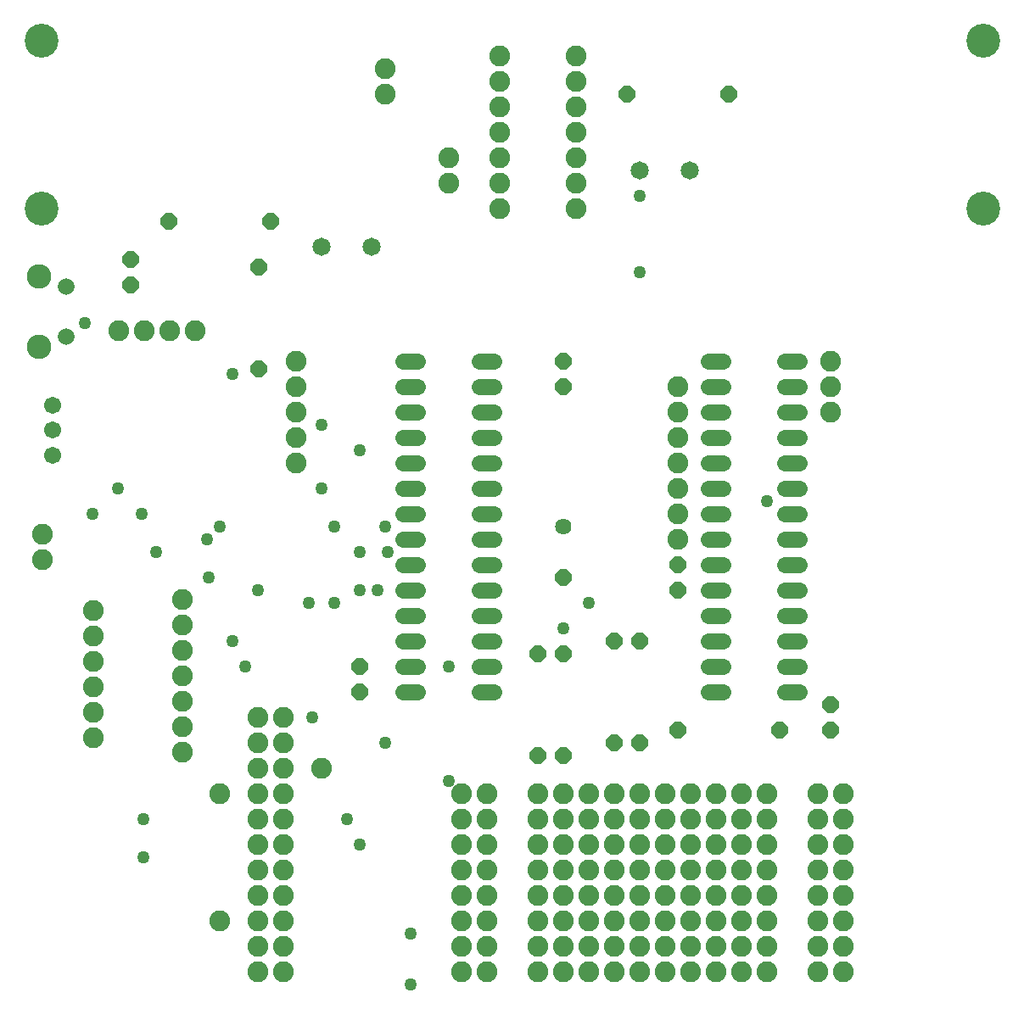
<source format=gbs>
G75*
%MOIN*%
%OFA0B0*%
%FSLAX25Y25*%
%IPPOS*%
%LPD*%
%AMOC8*
5,1,8,0,0,1.08239X$1,22.5*
%
%ADD10C,0.13300*%
%ADD11C,0.06400*%
%ADD12C,0.06546*%
%ADD13C,0.09658*%
%ADD14C,0.08200*%
%ADD15C,0.06743*%
%ADD16OC8,0.06400*%
%ADD17C,0.06400*%
%ADD18C,0.07137*%
%ADD19C,0.04965*%
D10*
X0076000Y0316800D03*
X0076000Y0382800D03*
X0446000Y0382800D03*
X0446000Y0316800D03*
D11*
X0373800Y0256800D02*
X0368200Y0256800D01*
X0368200Y0246800D02*
X0373800Y0246800D01*
X0373800Y0236800D02*
X0368200Y0236800D01*
X0368200Y0226800D02*
X0373800Y0226800D01*
X0373800Y0216800D02*
X0368200Y0216800D01*
X0368200Y0206800D02*
X0373800Y0206800D01*
X0373800Y0196800D02*
X0368200Y0196800D01*
X0368200Y0186800D02*
X0373800Y0186800D01*
X0373800Y0176800D02*
X0368200Y0176800D01*
X0368200Y0166800D02*
X0373800Y0166800D01*
X0373800Y0156800D02*
X0368200Y0156800D01*
X0368200Y0146800D02*
X0373800Y0146800D01*
X0373800Y0136800D02*
X0368200Y0136800D01*
X0368200Y0126800D02*
X0373800Y0126800D01*
X0343800Y0126800D02*
X0338200Y0126800D01*
X0338200Y0136800D02*
X0343800Y0136800D01*
X0343800Y0146800D02*
X0338200Y0146800D01*
X0338200Y0156800D02*
X0343800Y0156800D01*
X0343800Y0166800D02*
X0338200Y0166800D01*
X0338200Y0176800D02*
X0343800Y0176800D01*
X0343800Y0186800D02*
X0338200Y0186800D01*
X0338200Y0196800D02*
X0343800Y0196800D01*
X0343800Y0206800D02*
X0338200Y0206800D01*
X0338200Y0216800D02*
X0343800Y0216800D01*
X0343800Y0226800D02*
X0338200Y0226800D01*
X0338200Y0236800D02*
X0343800Y0236800D01*
X0343800Y0246800D02*
X0338200Y0246800D01*
X0338200Y0256800D02*
X0343800Y0256800D01*
X0253800Y0256800D02*
X0248200Y0256800D01*
X0248200Y0246800D02*
X0253800Y0246800D01*
X0253800Y0236800D02*
X0248200Y0236800D01*
X0248200Y0226800D02*
X0253800Y0226800D01*
X0253800Y0216800D02*
X0248200Y0216800D01*
X0248200Y0206800D02*
X0253800Y0206800D01*
X0253800Y0196800D02*
X0248200Y0196800D01*
X0248200Y0186800D02*
X0253800Y0186800D01*
X0253800Y0176800D02*
X0248200Y0176800D01*
X0248200Y0166800D02*
X0253800Y0166800D01*
X0253800Y0156800D02*
X0248200Y0156800D01*
X0248200Y0146800D02*
X0253800Y0146800D01*
X0253800Y0136800D02*
X0248200Y0136800D01*
X0248200Y0126800D02*
X0253800Y0126800D01*
X0223800Y0126800D02*
X0218200Y0126800D01*
X0218200Y0136800D02*
X0223800Y0136800D01*
X0223800Y0146800D02*
X0218200Y0146800D01*
X0218200Y0156800D02*
X0223800Y0156800D01*
X0223800Y0166800D02*
X0218200Y0166800D01*
X0218200Y0176800D02*
X0223800Y0176800D01*
X0223800Y0186800D02*
X0218200Y0186800D01*
X0218200Y0196800D02*
X0223800Y0196800D01*
X0223800Y0206800D02*
X0218200Y0206800D01*
X0218200Y0216800D02*
X0223800Y0216800D01*
X0223800Y0226800D02*
X0218200Y0226800D01*
X0218200Y0236800D02*
X0223800Y0236800D01*
X0223800Y0246800D02*
X0218200Y0246800D01*
X0218200Y0256800D02*
X0223800Y0256800D01*
D12*
X0085630Y0266457D03*
X0085630Y0286143D03*
D13*
X0075000Y0290080D03*
X0075000Y0262520D03*
D14*
X0106500Y0268800D03*
X0116500Y0268800D03*
X0126500Y0268800D03*
X0136500Y0268800D03*
X0176000Y0256800D03*
X0176000Y0246800D03*
X0176000Y0236800D03*
X0176000Y0226800D03*
X0176000Y0216800D03*
X0131500Y0163300D03*
X0131500Y0153300D03*
X0131500Y0143300D03*
X0131500Y0133300D03*
X0131500Y0123300D03*
X0131500Y0113300D03*
X0131500Y0103300D03*
X0146000Y0086800D03*
X0161000Y0086800D03*
X0161000Y0076800D03*
X0161000Y0066800D03*
X0161000Y0056800D03*
X0161000Y0046800D03*
X0161000Y0036800D03*
X0161000Y0026800D03*
X0161000Y0016800D03*
X0171000Y0016800D03*
X0171000Y0026800D03*
X0171000Y0036800D03*
X0171000Y0046800D03*
X0171000Y0056800D03*
X0171000Y0066800D03*
X0171000Y0076800D03*
X0171000Y0086800D03*
X0171000Y0096800D03*
X0171000Y0106800D03*
X0171000Y0116800D03*
X0161000Y0116800D03*
X0161000Y0106800D03*
X0161000Y0096800D03*
X0186000Y0096800D03*
X0241000Y0086800D03*
X0241000Y0076800D03*
X0251000Y0076800D03*
X0251000Y0086800D03*
X0271000Y0086800D03*
X0271000Y0076800D03*
X0281000Y0076800D03*
X0281000Y0086800D03*
X0291000Y0086800D03*
X0291000Y0076800D03*
X0301000Y0076800D03*
X0301000Y0086800D03*
X0311000Y0086800D03*
X0311000Y0076800D03*
X0321000Y0076800D03*
X0321000Y0086800D03*
X0331000Y0086800D03*
X0331000Y0076800D03*
X0341000Y0076800D03*
X0341000Y0086800D03*
X0351000Y0086800D03*
X0351000Y0076800D03*
X0361000Y0076800D03*
X0361000Y0086800D03*
X0381000Y0086800D03*
X0381000Y0076800D03*
X0391000Y0076800D03*
X0391000Y0086800D03*
X0391000Y0066800D03*
X0391000Y0056800D03*
X0381000Y0056800D03*
X0381000Y0066800D03*
X0361000Y0066800D03*
X0361000Y0056800D03*
X0351000Y0056800D03*
X0351000Y0066800D03*
X0341000Y0066800D03*
X0341000Y0056800D03*
X0331000Y0056800D03*
X0331000Y0066800D03*
X0321000Y0066800D03*
X0321000Y0056800D03*
X0311000Y0056800D03*
X0311000Y0066800D03*
X0301000Y0066800D03*
X0301000Y0056800D03*
X0291000Y0056800D03*
X0291000Y0066800D03*
X0281000Y0066800D03*
X0281000Y0056800D03*
X0271000Y0056800D03*
X0271000Y0066800D03*
X0251000Y0066800D03*
X0251000Y0056800D03*
X0241000Y0056800D03*
X0241000Y0066800D03*
X0241000Y0046800D03*
X0241000Y0036800D03*
X0251000Y0036800D03*
X0251000Y0046800D03*
X0271000Y0046800D03*
X0271000Y0036800D03*
X0281000Y0036800D03*
X0281000Y0046800D03*
X0291000Y0046800D03*
X0291000Y0036800D03*
X0301000Y0036800D03*
X0301000Y0046800D03*
X0311000Y0046800D03*
X0311000Y0036800D03*
X0321000Y0036800D03*
X0321000Y0046800D03*
X0331000Y0046800D03*
X0331000Y0036800D03*
X0341000Y0036800D03*
X0341000Y0046800D03*
X0351000Y0046800D03*
X0351000Y0036800D03*
X0361000Y0036800D03*
X0361000Y0046800D03*
X0381000Y0046800D03*
X0381000Y0036800D03*
X0391000Y0036800D03*
X0391000Y0046800D03*
X0391000Y0026800D03*
X0391000Y0016800D03*
X0381000Y0016800D03*
X0381000Y0026800D03*
X0361000Y0026800D03*
X0361000Y0016800D03*
X0351000Y0016800D03*
X0351000Y0026800D03*
X0341000Y0026800D03*
X0341000Y0016800D03*
X0331000Y0016800D03*
X0331000Y0026800D03*
X0321000Y0026800D03*
X0321000Y0016800D03*
X0311000Y0016800D03*
X0311000Y0026800D03*
X0301000Y0026800D03*
X0301000Y0016800D03*
X0291000Y0016800D03*
X0291000Y0026800D03*
X0281000Y0026800D03*
X0281000Y0016800D03*
X0271000Y0016800D03*
X0271000Y0026800D03*
X0251000Y0026800D03*
X0251000Y0016800D03*
X0241000Y0016800D03*
X0241000Y0026800D03*
X0146000Y0036800D03*
X0096500Y0108800D03*
X0096500Y0118800D03*
X0096500Y0128800D03*
X0096500Y0138800D03*
X0096500Y0148800D03*
X0096500Y0158800D03*
X0076500Y0178800D03*
X0076500Y0188800D03*
X0236000Y0326800D03*
X0236000Y0336800D03*
X0256000Y0336800D03*
X0256000Y0326800D03*
X0256000Y0316800D03*
X0286000Y0316800D03*
X0286000Y0326800D03*
X0286000Y0336800D03*
X0286000Y0346800D03*
X0286000Y0356800D03*
X0286000Y0366800D03*
X0286000Y0376800D03*
X0256000Y0376800D03*
X0256000Y0366800D03*
X0256000Y0356800D03*
X0256000Y0346800D03*
X0211000Y0361800D03*
X0211000Y0371800D03*
X0326000Y0246800D03*
X0326000Y0236800D03*
X0326000Y0226800D03*
X0326000Y0216800D03*
X0326000Y0206800D03*
X0326000Y0196800D03*
X0326000Y0186800D03*
X0386000Y0236800D03*
X0386000Y0246800D03*
X0386000Y0256800D03*
D15*
X0080500Y0239643D03*
X0080500Y0229800D03*
X0080500Y0219957D03*
D16*
X0111000Y0286800D03*
X0111000Y0296800D03*
X0126000Y0311800D03*
X0161500Y0293800D03*
X0166000Y0311800D03*
X0161500Y0253800D03*
X0281000Y0256800D03*
X0281000Y0246800D03*
X0326000Y0176800D03*
X0326000Y0166800D03*
X0311000Y0146800D03*
X0301000Y0146800D03*
X0281000Y0141800D03*
X0271000Y0141800D03*
X0281000Y0171800D03*
X0326000Y0111800D03*
X0311000Y0106800D03*
X0301000Y0106800D03*
X0281000Y0101800D03*
X0271000Y0101800D03*
X0201000Y0126800D03*
X0201000Y0136800D03*
X0366000Y0111800D03*
X0386000Y0111800D03*
X0386000Y0121800D03*
X0346000Y0361800D03*
X0306000Y0361800D03*
D17*
X0281000Y0191800D03*
D18*
X0205843Y0301800D03*
X0186157Y0301800D03*
X0311157Y0331800D03*
X0330843Y0331800D03*
D19*
X0116000Y0061800D03*
X0116000Y0076800D03*
X0182500Y0116800D03*
X0211000Y0106800D03*
X0236000Y0091800D03*
X0201000Y0066800D03*
X0196000Y0076800D03*
X0221000Y0031800D03*
X0221000Y0011800D03*
X0236000Y0136800D03*
X0208111Y0166800D03*
X0201000Y0166800D03*
X0191000Y0161800D03*
X0181000Y0161800D03*
X0161000Y0166800D03*
X0141889Y0171800D03*
X0141000Y0186800D03*
X0146000Y0191800D03*
X0121000Y0181800D03*
X0115500Y0196800D03*
X0106000Y0206800D03*
X0096000Y0196800D03*
X0151000Y0146800D03*
X0156000Y0136800D03*
X0201000Y0181800D03*
X0212000Y0181800D03*
X0211000Y0191800D03*
X0191000Y0191800D03*
X0186000Y0206800D03*
X0201000Y0221800D03*
X0186000Y0231800D03*
X0151000Y0251800D03*
X0093111Y0271800D03*
X0281000Y0151800D03*
X0291000Y0161800D03*
X0361000Y0201800D03*
X0311000Y0291800D03*
X0311000Y0321800D03*
M02*

</source>
